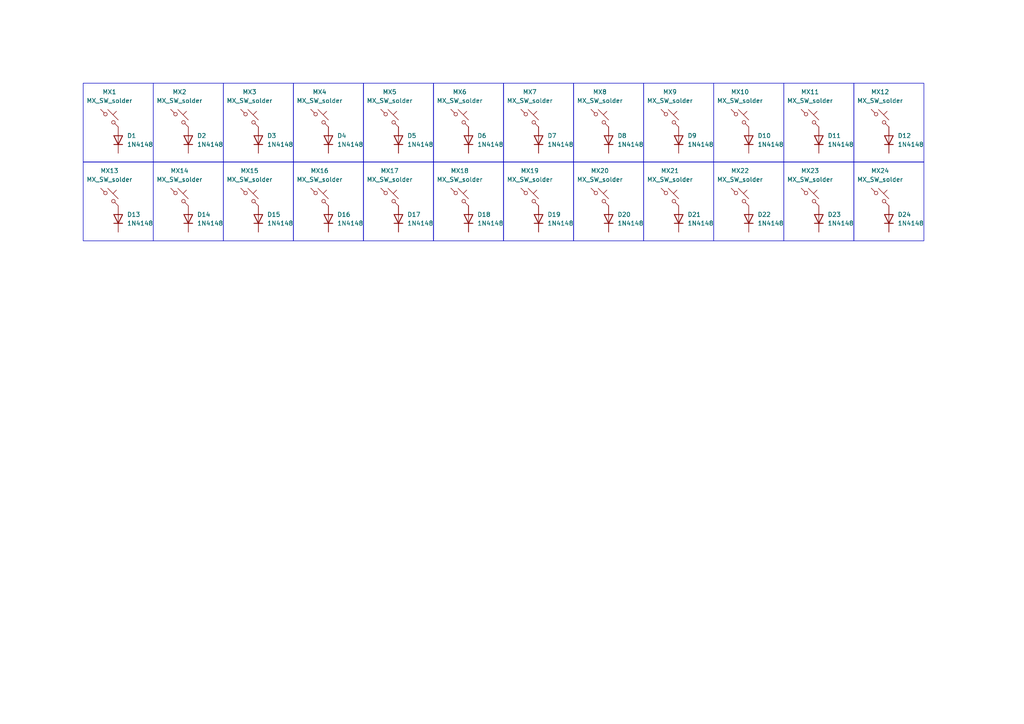
<source format=kicad_sch>
(kicad_sch (version 20250114) (generator "eeschema") (generator_version "9.0")
  (paper "A4")
  (lib_symbols
    (symbol "Device:D" (pin_numbers (hide yes)) (pin_names (offset 1.016) (hide yes))
      (property "Reference" "D" (at 0 2.54 0))
      (property "Value" "D" (at 0 -2.54 0))
      (symbol "D_0_1"
        (polyline (pts (xy -1.27 1.27) (xy -1.27 -1.27)) (stroke (width 0.254)))
        (polyline (pts (xy 1.27 1.27) (xy 1.27 -1.27) (xy -1.27 0) (xy 1.27 1.27)) (stroke (width 0.254)))
        (polyline (pts (xy 1.27 0) (xy -1.27 0)))
      )
      (symbol "D_1_1"
        (pin passive line (at -3.81 0 0) (length 2.54) (name "K") (number "1"))
        (pin passive line (at 3.81 0 180) (length 2.54) (name "A") (number "2"))
      )
    )
    (symbol "PCM_marbastlib-mx:MX_SW_solder" (pin_numbers (hide yes)) (pin_names (offset 1.016) (hide yes))
      (property "Reference" "MX" (at 3.048 1.016 0))
      (property "Value" "MX_SW_solder" (at 0 -3.81 0))
      (symbol "MX_SW_solder_0_1"
        (polyline (pts (xy -2.54 2.54) (xy -1.524 1.524) (xy -1.524 1.524)))
        (circle (center -1.1684 1.1684) (radius 0.508))
        (polyline (pts (xy -0.508 2.54) (xy 2.54 -0.508)))
        (polyline (pts (xy 1.016 1.016) (xy 2.032 2.032)))
        (circle (center 1.143 -1.1938) (radius 0.508))
        (polyline (pts (xy 1.524 -1.524) (xy 2.54 -2.54) (xy 2.54 -2.54) (xy 2.54 -2.54)))
        (pin passive line (at -2.54 2.54 0) (length 0) (name "1") (number "1"))
        (pin passive line (at 2.54 -2.54 180) (length 0) (name "2") (number "2"))
      )
    )
  )
  (rectangle (start 186.69 46.99) (end 207.01 69.85))
  (rectangle (start 166.37 24.13) (end 186.69 46.99))
  (rectangle (start 24.13 24.13) (end 44.45 46.99))
  (rectangle (start 166.37 46.99) (end 186.69 69.85))
  (rectangle (start 85.09 24.13) (end 105.41 46.99))
  (rectangle (start 24.13 46.99) (end 44.45 69.85))
  (rectangle (start 227.33 46.99) (end 247.65 69.85))
  (rectangle (start 105.41 46.99) (end 125.73 69.85))
  (rectangle (start 125.73 24.13) (end 146.05 46.99))
  (rectangle (start 227.33 24.13) (end 247.65 46.99))
  (rectangle (start 64.77 24.13) (end 85.09 46.99))
  (rectangle (start 64.77 46.99) (end 85.09 69.85))
  (rectangle (start 44.45 46.99) (end 64.77 69.85))
  (rectangle (start 44.45 24.13) (end 64.77 46.99))
  (rectangle (start 125.73 46.99) (end 146.05 69.85))
  (rectangle (start 207.01 46.99) (end 227.33 69.85))
  (rectangle (start 146.05 46.99) (end 166.37 69.85))
  (rectangle (start 146.05 24.13) (end 166.37 46.99))
  (rectangle (start 247.65 24.13) (end 267.97 46.99))
  (rectangle (start 85.09 46.99) (end 105.41 69.85))
  (rectangle (start 207.01 24.13) (end 227.33 46.99))
  (rectangle (start 105.41 24.13) (end 125.73 46.99))
  (rectangle (start 247.65 46.99) (end 267.97 69.85))
  (rectangle (start 186.69 24.13) (end 207.01 46.99))
  (symbol (lib_id "PCM_marbastlib-mx:MX_SW_solder") (at 92.71 57.15 0) (unit 1)
    (property "Reference" "MX16" (at 92.71 49.53 0))
    (property "Value" "MX_SW_solder" (at 92.71 52.07 0))
    (property "Footprint" "My-Fi Footprints:SW_MX_1u" (effects (hide yes)))
    (property "Description" "Push button switch, normally open, two pins, 45° tilted" (effects (hide yes)))
  )
  (symbol (lib_id "Device:D") (at 257.81 40.64 90) (unit 1)
    (property "Reference" "D12" (at 260.35 39.3699 90) (effects (justify right)))
    (property "Value" "1N4148" (at 260.35 41.9099 90) (effects (justify right)))
    (property "Footprint" "Diode_SMD:D_SOD-323_HandSoldering" (effects (hide yes)))
    (property "Description" "Diode" (effects (hide yes)))
    (property "Sim.Device" "D" (effects (hide yes)))
    (property "Sim.Pins" "1=K 2=A" (effects (hide yes)))
  )
  (symbol (lib_id "Device:D") (at 156.21 63.5 90) (unit 1)
    (property "Reference" "D19" (at 158.75 62.2299 90) (effects (justify right)))
    (property "Value" "1N4148" (at 158.75 64.7699 90) (effects (justify right)))
    (property "Footprint" "Diode_SMD:D_SOD-323_HandSoldering" (effects (hide yes)))
    (property "Description" "Diode" (effects (hide yes)))
    (property "Sim.Device" "D" (effects (hide yes)))
    (property "Sim.Pins" "1=K 2=A" (effects (hide yes)))
  )
  (symbol (lib_id "PCM_marbastlib-mx:MX_SW_solder") (at 72.39 34.29 0) (unit 1)
    (property "Reference" "MX3" (at 72.39 26.67 0))
    (property "Value" "MX_SW_solder" (at 72.39 29.21 0))
    (property "Footprint" "My-Fi Footprints:SW_MX_1u" (effects (hide yes)))
    (property "Description" "Push button switch, normally open, two pins, 45° tilted" (effects (hide yes)))
  )
  (symbol (lib_id "Device:D") (at 257.81 63.5 90) (unit 1)
    (property "Reference" "D24" (at 260.35 62.2299 90) (effects (justify right)))
    (property "Value" "1N4148" (at 260.35 64.7699 90) (effects (justify right)))
    (property "Footprint" "Diode_SMD:D_SOD-323_HandSoldering" (effects (hide yes)))
    (property "Description" "Diode" (effects (hide yes)))
    (property "Sim.Device" "D" (effects (hide yes)))
    (property "Sim.Pins" "1=K 2=A" (effects (hide yes)))
  )
  (symbol (lib_id "PCM_marbastlib-mx:MX_SW_solder") (at 133.35 57.15 0) (unit 1)
    (property "Reference" "MX18" (at 133.35 49.53 0))
    (property "Value" "MX_SW_solder" (at 133.35 52.07 0))
    (property "Footprint" "My-Fi Footprints:SW_MX_1u" (effects (hide yes)))
    (property "Description" "Push button switch, normally open, two pins, 45° tilted" (effects (hide yes)))
  )
  (symbol (lib_id "Device:D") (at 176.53 63.5 90) (unit 1)
    (property "Reference" "D20" (at 179.07 62.2299 90) (effects (justify right)))
    (property "Value" "1N4148" (at 179.07 64.7699 90) (effects (justify right)))
    (property "Footprint" "Diode_SMD:D_SOD-323_HandSoldering" (effects (hide yes)))
    (property "Description" "Diode" (effects (hide yes)))
    (property "Sim.Device" "D" (effects (hide yes)))
    (property "Sim.Pins" "1=K 2=A" (effects (hide yes)))
  )
  (symbol (lib_id "Device:D") (at 115.57 40.64 90) (unit 1)
    (property "Reference" "D5" (at 118.11 39.3699 90) (effects (justify right)))
    (property "Value" "1N4148" (at 118.11 41.9099 90) (effects (justify right)))
    (property "Footprint" "Diode_SMD:D_SOD-323_HandSoldering" (effects (hide yes)))
    (property "Description" "Diode" (effects (hide yes)))
    (property "Sim.Device" "D" (effects (hide yes)))
    (property "Sim.Pins" "1=K 2=A" (effects (hide yes)))
  )
  (symbol (lib_id "PCM_marbastlib-mx:MX_SW_solder") (at 113.03 57.15 0) (unit 1)
    (property "Reference" "MX17" (at 113.03 49.53 0))
    (property "Value" "MX_SW_solder" (at 113.03 52.07 0))
    (property "Footprint" "My-Fi Footprints:SW_MX_1u" (effects (hide yes)))
    (property "Description" "Push button switch, normally open, two pins, 45° tilted" (effects (hide yes)))
  )
  (symbol (lib_id "Device:D") (at 196.85 63.5 90) (unit 1)
    (property "Reference" "D21" (at 199.39 62.2299 90) (effects (justify right)))
    (property "Value" "1N4148" (at 199.39 64.7699 90) (effects (justify right)))
    (property "Footprint" "Diode_SMD:D_SOD-323_HandSoldering" (effects (hide yes)))
    (property "Description" "Diode" (effects (hide yes)))
    (property "Sim.Device" "D" (effects (hide yes)))
    (property "Sim.Pins" "1=K 2=A" (effects (hide yes)))
  )
  (symbol (lib_id "Device:D") (at 95.25 40.64 90) (unit 1)
    (property "Reference" "D4" (at 97.79 39.3699 90) (effects (justify right)))
    (property "Value" "1N4148" (at 97.79 41.9099 90) (effects (justify right)))
    (property "Footprint" "Diode_SMD:D_SOD-323_HandSoldering" (effects (hide yes)))
    (property "Description" "Diode" (effects (hide yes)))
    (property "Sim.Device" "D" (effects (hide yes)))
    (property "Sim.Pins" "1=K 2=A" (effects (hide yes)))
  )
  (symbol (lib_id "Device:D") (at 176.53 40.64 90) (unit 1)
    (property "Reference" "D8" (at 179.07 39.3699 90) (effects (justify right)))
    (property "Value" "1N4148" (at 179.07 41.9099 90) (effects (justify right)))
    (property "Footprint" "Diode_SMD:D_SOD-323_HandSoldering" (effects (hide yes)))
    (property "Description" "Diode" (effects (hide yes)))
    (property "Sim.Device" "D" (effects (hide yes)))
    (property "Sim.Pins" "1=K 2=A" (effects (hide yes)))
  )
  (symbol (lib_id "PCM_marbastlib-mx:MX_SW_solder") (at 234.95 57.15 0) (unit 1)
    (property "Reference" "MX23" (at 234.95 49.53 0))
    (property "Value" "MX_SW_solder" (at 234.95 52.07 0))
    (property "Footprint" "My-Fi Footprints:SW_MX_1u" (effects (hide yes)))
    (property "Description" "Push button switch, normally open, two pins, 45° tilted" (effects (hide yes)))
  )
  (symbol (lib_id "PCM_marbastlib-mx:MX_SW_solder") (at 92.71 34.29 0) (unit 1)
    (property "Reference" "MX4" (at 92.71 26.67 0))
    (property "Value" "MX_SW_solder" (at 92.71 29.21 0))
    (property "Footprint" "My-Fi Footprints:SW_MX_1u" (effects (hide yes)))
    (property "Description" "Push button switch, normally open, two pins, 45° tilted" (effects (hide yes)))
  )
  (symbol (lib_id "PCM_marbastlib-mx:MX_SW_solder") (at 255.27 34.29 0) (unit 1)
    (property "Reference" "MX12" (at 255.27 26.67 0))
    (property "Value" "MX_SW_solder" (at 255.27 29.21 0))
    (property "Footprint" "My-Fi Footprints:SW_MX_1u" (effects (hide yes)))
    (property "Description" "Push button switch, normally open, two pins, 45° tilted" (effects (hide yes)))
  )
  (symbol (lib_id "Device:D") (at 156.21 40.64 90) (unit 1)
    (property "Reference" "D7" (at 158.75 39.3699 90) (effects (justify right)))
    (property "Value" "1N4148" (at 158.75 41.9099 90) (effects (justify right)))
    (property "Footprint" "Diode_SMD:D_SOD-323_HandSoldering" (effects (hide yes)))
    (property "Description" "Diode" (effects (hide yes)))
    (property "Sim.Device" "D" (effects (hide yes)))
    (property "Sim.Pins" "1=K 2=A" (effects (hide yes)))
  )
  (symbol (lib_id "PCM_marbastlib-mx:MX_SW_solder") (at 173.99 57.15 0) (unit 1)
    (property "Reference" "MX20" (at 173.99 49.53 0))
    (property "Value" "MX_SW_solder" (at 173.99 52.07 0))
    (property "Footprint" "My-Fi Footprints:SW_MX_1u" (effects (hide yes)))
    (property "Description" "Push button switch, normally open, two pins, 45° tilted" (effects (hide yes)))
  )
  (symbol (lib_id "Device:D") (at 54.61 63.5 90) (unit 1)
    (property "Reference" "D14" (at 57.15 62.2299 90) (effects (justify right)))
    (property "Value" "1N4148" (at 57.15 64.7699 90) (effects (justify right)))
    (property "Footprint" "Diode_SMD:D_SOD-323_HandSoldering" (effects (hide yes)))
    (property "Description" "Diode" (effects (hide yes)))
    (property "Sim.Device" "D" (effects (hide yes)))
    (property "Sim.Pins" "1=K 2=A" (effects (hide yes)))
  )
  (symbol (lib_id "Device:D") (at 237.49 40.64 90) (unit 1)
    (property "Reference" "D11" (at 240.03 39.3699 90) (effects (justify right)))
    (property "Value" "1N4148" (at 240.03 41.9099 90) (effects (justify right)))
    (property "Footprint" "Diode_SMD:D_SOD-323_HandSoldering" (effects (hide yes)))
    (property "Description" "Diode" (effects (hide yes)))
    (property "Sim.Device" "D" (effects (hide yes)))
    (property "Sim.Pins" "1=K 2=A" (effects (hide yes)))
  )
  (symbol (lib_id "PCM_marbastlib-mx:MX_SW_solder") (at 153.67 34.29 0) (unit 1)
    (property "Reference" "MX7" (at 153.67 26.67 0))
    (property "Value" "MX_SW_solder" (at 153.67 29.21 0))
    (property "Footprint" "My-Fi Footprints:SW_MX_1u" (effects (hide yes)))
    (property "Description" "Push button switch, normally open, two pins, 45° tilted" (effects (hide yes)))
  )
  (symbol (lib_id "PCM_marbastlib-mx:MX_SW_solder") (at 255.27 57.15 0) (unit 1)
    (property "Reference" "MX24" (at 255.27 49.53 0))
    (property "Value" "MX_SW_solder" (at 255.27 52.07 0))
    (property "Footprint" "My-Fi Footprints:SW_MX_1u" (effects (hide yes)))
    (property "Description" "Push button switch, normally open, two pins, 45° tilted" (effects (hide yes)))
  )
  (symbol (lib_id "PCM_marbastlib-mx:MX_SW_solder") (at 214.63 34.29 0) (unit 1)
    (property "Reference" "MX10" (at 214.63 26.67 0))
    (property "Value" "MX_SW_solder" (at 214.63 29.21 0))
    (property "Footprint" "My-Fi Footprints:SW_MX_1u" (effects (hide yes)))
    (property "Description" "Push button switch, normally open, two pins, 45° tilted" (effects (hide yes)))
  )
  (symbol (lib_id "Device:D") (at 217.17 63.5 90) (unit 1)
    (property "Reference" "D22" (at 219.71 62.2299 90) (effects (justify right)))
    (property "Value" "1N4148" (at 219.71 64.7699 90) (effects (justify right)))
    (property "Footprint" "Diode_SMD:D_SOD-323_HandSoldering" (effects (hide yes)))
    (property "Description" "Diode" (effects (hide yes)))
    (property "Sim.Device" "D" (effects (hide yes)))
    (property "Sim.Pins" "1=K 2=A" (effects (hide yes)))
  )
  (symbol (lib_id "Device:D") (at 34.29 63.5 90) (unit 1)
    (property "Reference" "D13" (at 36.83 62.2299 90) (effects (justify right)))
    (property "Value" "1N4148" (at 36.83 64.7699 90) (effects (justify right)))
    (property "Footprint" "Diode_SMD:D_SOD-323_HandSoldering" (effects (hide yes)))
    (property "Description" "Diode" (effects (hide yes)))
    (property "Sim.Device" "D" (effects (hide yes)))
    (property "Sim.Pins" "1=K 2=A" (effects (hide yes)))
  )
  (symbol (lib_id "Device:D") (at 34.29 40.64 90) (unit 1)
    (property "Reference" "D1" (at 36.83 39.3699 90) (effects (justify right)))
    (property "Value" "1N4148" (at 36.83 41.9099 90) (effects (justify right)))
    (property "Footprint" "Diode_SMD:D_SOD-323_HandSoldering" (effects (hide yes)))
    (property "Description" "Diode" (effects (hide yes)))
    (property "Sim.Device" "D" (effects (hide yes)))
    (property "Sim.Pins" "1=K 2=A" (effects (hide yes)))
  )
  (symbol (lib_id "PCM_marbastlib-mx:MX_SW_solder") (at 72.39 57.15 0) (unit 1)
    (property "Reference" "MX15" (at 72.39 49.53 0))
    (property "Value" "MX_SW_solder" (at 72.39 52.07 0))
    (property "Footprint" "My-Fi Footprints:SW_MX_1u" (effects (hide yes)))
    (property "Description" "Push button switch, normally open, two pins, 45° tilted" (effects (hide yes)))
  )
  (symbol (lib_id "Device:D") (at 95.25 63.5 90) (unit 1)
    (property "Reference" "D16" (at 97.79 62.2299 90) (effects (justify right)))
    (property "Value" "1N4148" (at 97.79 64.7699 90) (effects (justify right)))
    (property "Footprint" "Diode_SMD:D_SOD-323_HandSoldering" (effects (hide yes)))
    (property "Description" "Diode" (effects (hide yes)))
    (property "Sim.Device" "D" (effects (hide yes)))
    (property "Sim.Pins" "1=K 2=A" (effects (hide yes)))
  )
  (symbol (lib_id "Device:D") (at 74.93 40.64 90) (unit 1)
    (property "Reference" "D3" (at 77.47 39.3699 90) (effects (justify right)))
    (property "Value" "1N4148" (at 77.47 41.9099 90) (effects (justify right)))
    (property "Footprint" "Diode_SMD:D_SOD-323_HandSoldering" (effects (hide yes)))
    (property "Description" "Diode" (effects (hide yes)))
    (property "Sim.Device" "D" (effects (hide yes)))
    (property "Sim.Pins" "1=K 2=A" (effects (hide yes)))
  )
  (symbol (lib_id "PCM_marbastlib-mx:MX_SW_solder") (at 31.75 57.15 0) (unit 1)
    (property "Reference" "MX13" (at 31.75 49.53 0))
    (property "Value" "MX_SW_solder" (at 31.75 52.07 0))
    (property "Footprint" "My-Fi Footprints:SW_MX_1u" (effects (hide yes)))
    (property "Description" "Push button switch, normally open, two pins, 45° tilted" (effects (hide yes)))
  )
  (symbol (lib_id "Device:D") (at 115.57 63.5 90) (unit 1)
    (property "Reference" "D17" (at 118.11 62.2299 90) (effects (justify right)))
    (property "Value" "1N4148" (at 118.11 64.7699 90) (effects (justify right)))
    (property "Footprint" "Diode_SMD:D_SOD-323_HandSoldering" (effects (hide yes)))
    (property "Description" "Diode" (effects (hide yes)))
    (property "Sim.Device" "D" (effects (hide yes)))
    (property "Sim.Pins" "1=K 2=A" (effects (hide yes)))
  )
  (symbol (lib_id "PCM_marbastlib-mx:MX_SW_solder") (at 52.07 57.15 0) (unit 1)
    (property "Reference" "MX14" (at 52.07 49.53 0))
    (property "Value" "MX_SW_solder" (at 52.07 52.07 0))
    (property "Footprint" "My-Fi Footprints:SW_MX_1u" (effects (hide yes)))
    (property "Description" "Push button switch, normally open, two pins, 45° tilted" (effects (hide yes)))
  )
  (symbol (lib_id "Device:D") (at 237.49 63.5 90) (unit 1)
    (property "Reference" "D23" (at 240.03 62.2299 90) (effects (justify right)))
    (property "Value" "1N4148" (at 240.03 64.7699 90) (effects (justify right)))
    (property "Footprint" "Diode_SMD:D_SOD-323_HandSoldering" (effects (hide yes)))
    (property "Description" "Diode" (effects (hide yes)))
    (property "Sim.Device" "D" (effects (hide yes)))
    (property "Sim.Pins" "1=K 2=A" (effects (hide yes)))
  )
  (symbol (lib_id "Device:D") (at 196.85 40.64 90) (unit 1)
    (property "Reference" "D9" (at 199.39 39.3699 90) (effects (justify right)))
    (property "Value" "1N4148" (at 199.39 41.9099 90) (effects (justify right)))
    (property "Footprint" "Diode_SMD:D_SOD-323_HandSoldering" (effects (hide yes)))
    (property "Description" "Diode" (effects (hide yes)))
    (property "Sim.Device" "D" (effects (hide yes)))
    (property "Sim.Pins" "1=K 2=A" (effects (hide yes)))
  )
  (symbol (lib_id "PCM_marbastlib-mx:MX_SW_solder") (at 194.31 34.29 0) (unit 1)
    (property "Reference" "MX9" (at 194.31 26.67 0))
    (property "Value" "MX_SW_solder" (at 194.31 29.21 0))
    (property "Footprint" "My-Fi Footprints:SW_MX_1u" (effects (hide yes)))
    (property "Description" "Push button switch, normally open, two pins, 45° tilted" (effects (hide yes)))
  )
  (symbol (lib_id "Device:D") (at 74.93 63.5 90) (unit 1)
    (property "Reference" "D15" (at 77.47 62.2299 90) (effects (justify right)))
    (property "Value" "1N4148" (at 77.47 64.7699 90) (effects (justify right)))
    (property "Footprint" "Diode_SMD:D_SOD-323_HandSoldering" (effects (hide yes)))
    (property "Description" "Diode" (effects (hide yes)))
    (property "Sim.Device" "D" (effects (hide yes)))
    (property "Sim.Pins" "1=K 2=A" (effects (hide yes)))
  )
  (symbol (lib_id "PCM_marbastlib-mx:MX_SW_solder") (at 153.67 57.15 0) (unit 1)
    (property "Reference" "MX19" (at 153.67 49.53 0))
    (property "Value" "MX_SW_solder" (at 153.67 52.07 0))
    (property "Footprint" "My-Fi Footprints:SW_MX_1u" (effects (hide yes)))
    (property "Description" "Push button switch, normally open, two pins, 45° tilted" (effects (hide yes)))
  )
  (symbol (lib_id "PCM_marbastlib-mx:MX_SW_solder") (at 234.95 34.29 0) (unit 1)
    (property "Reference" "MX11" (at 234.95 26.67 0))
    (property "Value" "MX_SW_solder" (at 234.95 29.21 0))
    (property "Footprint" "My-Fi Footprints:SW_MX_1u" (effects (hide yes)))
    (property "Description" "Push button switch, normally open, two pins, 45° tilted" (effects (hide yes)))
  )
  (symbol (lib_id "Device:D") (at 217.17 40.64 90) (unit 1)
    (property "Reference" "D10" (at 219.71 39.3699 90) (effects (justify right)))
    (property "Value" "1N4148" (at 219.71 41.9099 90) (effects (justify right)))
    (property "Footprint" "Diode_SMD:D_SOD-323_HandSoldering" (effects (hide yes)))
    (property "Description" "Diode" (effects (hide yes)))
    (property "Sim.Device" "D" (effects (hide yes)))
    (property "Sim.Pins" "1=K 2=A" (effects (hide yes)))
  )
  (symbol (lib_id "PCM_marbastlib-mx:MX_SW_solder") (at 52.07 34.29 0) (unit 1)
    (property "Reference" "MX2" (at 52.07 26.67 0))
    (property "Value" "MX_SW_solder" (at 52.07 29.21 0))
    (property "Footprint" "My-Fi Footprints:SW_MX_1u" (effects (hide yes)))
    (property "Description" "Push button switch, normally open, two pins, 45° tilted" (effects (hide yes)))
  )
  (symbol (lib_id "Device:D") (at 54.61 40.64 90) (unit 1)
    (property "Reference" "D2" (at 57.15 39.3699 90) (effects (justify right)))
    (property "Value" "1N4148" (at 57.15 41.9099 90) (effects (justify right)))
    (property "Footprint" "Diode_SMD:D_SOD-323_HandSoldering" (effects (hide yes)))
    (property "Description" "Diode" (effects (hide yes)))
    (property "Sim.Device" "D" (effects (hide yes)))
    (property "Sim.Pins" "1=K 2=A" (effects (hide yes)))
  )
  (symbol (lib_id "Device:D") (at 135.89 40.64 90) (unit 1)
    (property "Reference" "D6" (at 138.43 39.3699 90) (effects (justify right)))
    (property "Value" "1N4148" (at 138.43 41.9099 90) (effects (justify right)))
    (property "Footprint" "Diode_SMD:D_SOD-323_HandSoldering" (effects (hide yes)))
    (property "Description" "Diode" (effects (hide yes)))
    (property "Sim.Device" "D" (effects (hide yes)))
    (property "Sim.Pins" "1=K 2=A" (effects (hide yes)))
  )
  (symbol (lib_id "PCM_marbastlib-mx:MX_SW_solder") (at 194.31 57.15 0) (unit 1)
    (property "Reference" "MX21" (at 194.31 49.53 0))
    (property "Value" "MX_SW_solder" (at 194.31 52.07 0))
    (property "Footprint" "My-Fi Footprints:SW_MX_1u" (effects (hide yes)))
    (property "Description" "Push button switch, normally open, two pins, 45° tilted" (effects (hide yes)))
  )
  (symbol (lib_id "PCM_marbastlib-mx:MX_SW_solder") (at 214.63 57.15 0) (unit 1)
    (property "Reference" "MX22" (at 214.63 49.53 0))
    (property "Value" "MX_SW_solder" (at 214.63 52.07 0))
    (property "Footprint" "My-Fi Footprints:SW_MX_1u" (effects (hide yes)))
    (property "Description" "Push button switch, normally open, two pins, 45° tilted" (effects (hide yes)))
  )
  (symbol (lib_id "PCM_marbastlib-mx:MX_SW_solder") (at 173.99 34.29 0) (unit 1)
    (property "Reference" "MX8" (at 173.99 26.67 0))
    (property "Value" "MX_SW_solder" (at 173.99 29.21 0))
    (property "Footprint" "My-Fi Footprints:SW_MX_1u" (effects (hide yes)))
    (property "Description" "Push button switch, normally open, two pins, 45° tilted" (effects (hide yes)))
  )
  (symbol (lib_id "PCM_marbastlib-mx:MX_SW_solder") (at 133.35 34.29 0) (unit 1)
    (property "Reference" "MX6" (at 133.35 26.67 0))
    (property "Value" "MX_SW_solder" (at 133.35 29.21 0))
    (property "Footprint" "My-Fi Footprints:SW_MX_1u" (effects (hide yes)))
    (property "Description" "Push button switch, normally open, two pins, 45° tilted" (effects (hide yes)))
  )
  (symbol (lib_id "PCM_marbastlib-mx:MX_SW_solder") (at 31.75 34.29 0) (unit 1)
    (property "Reference" "MX1" (at 31.75 26.67 0))
    (property "Value" "MX_SW_solder" (at 31.75 29.21 0))
    (property "Footprint" "My-Fi Footprints:SW_MX_1u" (effects (hide yes)))
    (property "Description" "Push button switch, normally open, two pins, 45° tilted" (effects (hide yes)))
  )
  (symbol (lib_id "PCM_marbastlib-mx:MX_SW_solder") (at 113.03 34.29 0) (unit 1)
    (property "Reference" "MX5" (at 113.03 26.67 0))
    (property "Value" "MX_SW_solder" (at 113.03 29.21 0))
    (property "Footprint" "My-Fi Footprints:SW_MX_1u" (effects (hide yes)))
    (property "Description" "Push button switch, normally open, two pins, 45° tilted" (effects (hide yes)))
  )
  (symbol (lib_id "Device:D") (at 135.89 63.5 90) (unit 1)
    (property "Reference" "D18" (at 138.43 62.2299 90) (effects (justify right)))
    (property "Value" "1N4148" (at 138.43 64.7699 90) (effects (justify right)))
    (property "Footprint" "Diode_SMD:D_SOD-323_HandSoldering" (effects (hide yes)))
    (property "Description" "Diode" (effects (hide yes)))
    (property "Sim.Device" "D" (effects (hide yes)))
    (property "Sim.Pins" "1=K 2=A" (effects (hide yes)))
  )
)
</source>
